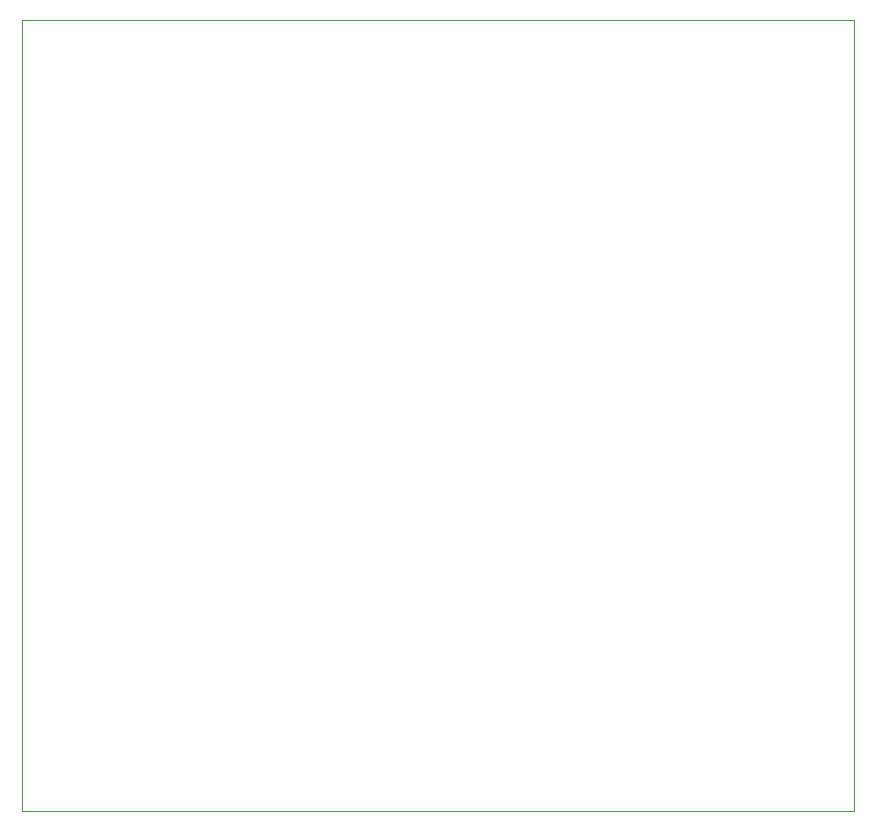
<source format=gbr>
G04 #@! TF.GenerationSoftware,KiCad,Pcbnew,5.1.9+dfsg1-1*
G04 #@! TF.CreationDate,2022-06-21T09:56:44-04:00*
G04 #@! TF.ProjectId,VS_robot_controller,56535f72-6f62-46f7-945f-636f6e74726f,rev?*
G04 #@! TF.SameCoordinates,Original*
G04 #@! TF.FileFunction,Profile,NP*
%FSLAX46Y46*%
G04 Gerber Fmt 4.6, Leading zero omitted, Abs format (unit mm)*
G04 Created by KiCad (PCBNEW 5.1.9+dfsg1-1) date 2022-06-21 09:56:44*
%MOMM*%
%LPD*%
G01*
G04 APERTURE LIST*
G04 #@! TA.AperFunction,Profile*
%ADD10C,0.120000*%
G04 #@! TD*
G04 APERTURE END LIST*
D10*
X241000000Y-40000000D02*
X170500000Y-40000000D01*
X241000000Y-107000000D02*
X241000000Y-40000000D01*
X170500000Y-107000000D02*
X241000000Y-107000000D01*
X170500000Y-40000000D02*
X170500000Y-107000000D01*
M02*

</source>
